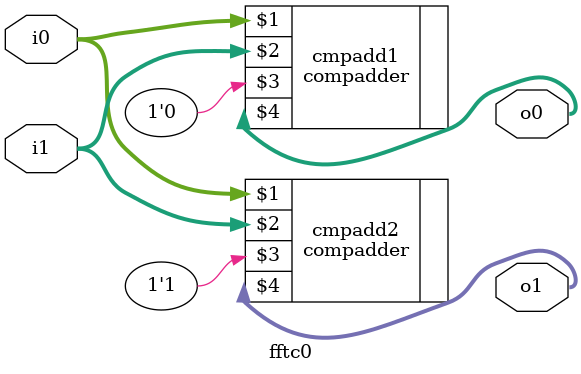
<source format=v>
module fftc0(i0,i1,o0,o1);
input [63:0] i0,i1;
output [63:0] o0,o1;

compadder cmpadd1(i0,i1,1'b0,o0);
compadder cmpadd2(i0,i1,1'b1,o1);

endmodule
</source>
